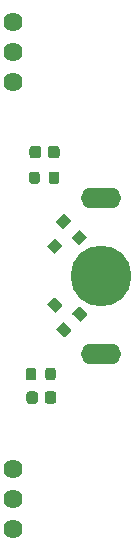
<source format=gbr>
%TF.GenerationSoftware,KiCad,Pcbnew,5.1.9-73d0e3b20d~88~ubuntu20.04.1*%
%TF.CreationDate,2021-04-11T19:31:59-07:00*%
%TF.ProjectId,encoder,656e636f-6465-4722-9e6b-696361645f70,rev?*%
%TF.SameCoordinates,Original*%
%TF.FileFunction,Soldermask,Top*%
%TF.FilePolarity,Negative*%
%FSLAX46Y46*%
G04 Gerber Fmt 4.6, Leading zero omitted, Abs format (unit mm)*
G04 Created by KiCad (PCBNEW 5.1.9-73d0e3b20d~88~ubuntu20.04.1) date 2021-04-11 19:31:59*
%MOMM*%
%LPD*%
G01*
G04 APERTURE LIST*
%ADD10C,5.150000*%
%ADD11O,3.400000X1.750000*%
%ADD12C,1.620000*%
G04 APERTURE END LIST*
D10*
%TO.C,CN1*%
X100000000Y-100000000D03*
D11*
X100000000Y-93374800D03*
X100000000Y-106624800D03*
D12*
X92519900Y-83620000D03*
X92519900Y-81080000D03*
X92519900Y-78540000D03*
X92519900Y-121460000D03*
X92519900Y-118920000D03*
X92519900Y-116380000D03*
%TD*%
%TO.C,C2*%
G36*
G01*
X94662580Y-110037200D02*
X94662580Y-110587200D01*
G75*
G02*
X94412580Y-110837200I-250000J0D01*
G01*
X93912580Y-110837200D01*
G75*
G02*
X93662580Y-110587200I0J250000D01*
G01*
X93662580Y-110037200D01*
G75*
G02*
X93912580Y-109787200I250000J0D01*
G01*
X94412580Y-109787200D01*
G75*
G02*
X94662580Y-110037200I0J-250000D01*
G01*
G37*
G36*
G01*
X96212580Y-110037200D02*
X96212580Y-110587200D01*
G75*
G02*
X95962580Y-110837200I-250000J0D01*
G01*
X95462580Y-110837200D01*
G75*
G02*
X95212580Y-110587200I0J250000D01*
G01*
X95212580Y-110037200D01*
G75*
G02*
X95462580Y-109787200I250000J0D01*
G01*
X95962580Y-109787200D01*
G75*
G02*
X96212580Y-110037200I0J-250000D01*
G01*
G37*
%TD*%
%TO.C,C1*%
G36*
G01*
X94935000Y-89255000D02*
X94935000Y-89805000D01*
G75*
G02*
X94685000Y-90055000I-250000J0D01*
G01*
X94185000Y-90055000D01*
G75*
G02*
X93935000Y-89805000I0J250000D01*
G01*
X93935000Y-89255000D01*
G75*
G02*
X94185000Y-89005000I250000J0D01*
G01*
X94685000Y-89005000D01*
G75*
G02*
X94935000Y-89255000I0J-250000D01*
G01*
G37*
G36*
G01*
X96485000Y-89255000D02*
X96485000Y-89805000D01*
G75*
G02*
X96235000Y-90055000I-250000J0D01*
G01*
X95735000Y-90055000D01*
G75*
G02*
X95485000Y-89805000I0J250000D01*
G01*
X95485000Y-89255000D01*
G75*
G02*
X95735000Y-89005000I250000J0D01*
G01*
X96235000Y-89005000D01*
G75*
G02*
X96485000Y-89255000I0J-250000D01*
G01*
G37*
%TD*%
%TO.C,R2*%
G36*
G01*
X94805000Y-91400000D02*
X94805000Y-92000000D01*
G75*
G02*
X94580000Y-92225000I-225000J0D01*
G01*
X94130000Y-92225000D01*
G75*
G02*
X93905000Y-92000000I0J225000D01*
G01*
X93905000Y-91400000D01*
G75*
G02*
X94130000Y-91175000I225000J0D01*
G01*
X94580000Y-91175000D01*
G75*
G02*
X94805000Y-91400000I0J-225000D01*
G01*
G37*
G36*
G01*
X96455000Y-91400000D02*
X96455000Y-92000000D01*
G75*
G02*
X96230000Y-92225000I-225000J0D01*
G01*
X95780000Y-92225000D01*
G75*
G02*
X95555000Y-92000000I0J225000D01*
G01*
X95555000Y-91400000D01*
G75*
G02*
X95780000Y-91175000I225000J0D01*
G01*
X96230000Y-91175000D01*
G75*
G02*
X96455000Y-91400000I0J-225000D01*
G01*
G37*
%TD*%
%TO.C,R1*%
G36*
G01*
X94515000Y-108020000D02*
X94515000Y-108620000D01*
G75*
G02*
X94290000Y-108845000I-225000J0D01*
G01*
X93840000Y-108845000D01*
G75*
G02*
X93615000Y-108620000I0J225000D01*
G01*
X93615000Y-108020000D01*
G75*
G02*
X93840000Y-107795000I225000J0D01*
G01*
X94290000Y-107795000D01*
G75*
G02*
X94515000Y-108020000I0J-225000D01*
G01*
G37*
G36*
G01*
X96165000Y-108020000D02*
X96165000Y-108620000D01*
G75*
G02*
X95940000Y-108845000I-225000J0D01*
G01*
X95490000Y-108845000D01*
G75*
G02*
X95265000Y-108620000I0J225000D01*
G01*
X95265000Y-108020000D01*
G75*
G02*
X95490000Y-107795000I225000J0D01*
G01*
X95940000Y-107795000D01*
G75*
G02*
X96165000Y-108020000I0J-225000D01*
G01*
G37*
%TD*%
%TO.C,Q2*%
G36*
G01*
X96729289Y-102563603D02*
X96163603Y-103129289D01*
G75*
G02*
X96092893Y-103129289I-35355J35355D01*
G01*
X95456497Y-102492893D01*
G75*
G02*
X95456497Y-102422183I35355J35355D01*
G01*
X96022183Y-101856497D01*
G75*
G02*
X96092893Y-101856497I35355J-35355D01*
G01*
X96729289Y-102492893D01*
G75*
G02*
X96729289Y-102563603I-35355J-35355D01*
G01*
G37*
G36*
G01*
X98815254Y-103306065D02*
X98249568Y-103871751D01*
G75*
G02*
X98178858Y-103871751I-35355J35355D01*
G01*
X97542462Y-103235355D01*
G75*
G02*
X97542462Y-103164645I35355J35355D01*
G01*
X98108148Y-102598959D01*
G75*
G02*
X98178858Y-102598959I35355J-35355D01*
G01*
X98815254Y-103235355D01*
G75*
G02*
X98815254Y-103306065I-35355J-35355D01*
G01*
G37*
G36*
G01*
X97471751Y-104649568D02*
X96906065Y-105215254D01*
G75*
G02*
X96835355Y-105215254I-35355J35355D01*
G01*
X96198959Y-104578858D01*
G75*
G02*
X96198959Y-104508148I35355J35355D01*
G01*
X96764645Y-103942462D01*
G75*
G02*
X96835355Y-103942462I35355J-35355D01*
G01*
X97471751Y-104578858D01*
G75*
G02*
X97471751Y-104649568I-35355J-35355D01*
G01*
G37*
%TD*%
%TO.C,Q1*%
G36*
G01*
X96163603Y-96870711D02*
X96729289Y-97436397D01*
G75*
G02*
X96729289Y-97507107I-35355J-35355D01*
G01*
X96092893Y-98143503D01*
G75*
G02*
X96022183Y-98143503I-35355J35355D01*
G01*
X95456497Y-97577817D01*
G75*
G02*
X95456497Y-97507107I35355J35355D01*
G01*
X96092893Y-96870711D01*
G75*
G02*
X96163603Y-96870711I35355J-35355D01*
G01*
G37*
G36*
G01*
X96906065Y-94784746D02*
X97471751Y-95350432D01*
G75*
G02*
X97471751Y-95421142I-35355J-35355D01*
G01*
X96835355Y-96057538D01*
G75*
G02*
X96764645Y-96057538I-35355J35355D01*
G01*
X96198959Y-95491852D01*
G75*
G02*
X96198959Y-95421142I35355J35355D01*
G01*
X96835355Y-94784746D01*
G75*
G02*
X96906065Y-94784746I35355J-35355D01*
G01*
G37*
G36*
G01*
X98249568Y-96128249D02*
X98815254Y-96693935D01*
G75*
G02*
X98815254Y-96764645I-35355J-35355D01*
G01*
X98178858Y-97401041D01*
G75*
G02*
X98108148Y-97401041I-35355J35355D01*
G01*
X97542462Y-96835355D01*
G75*
G02*
X97542462Y-96764645I35355J35355D01*
G01*
X98178858Y-96128249D01*
G75*
G02*
X98249568Y-96128249I35355J-35355D01*
G01*
G37*
%TD*%
M02*

</source>
